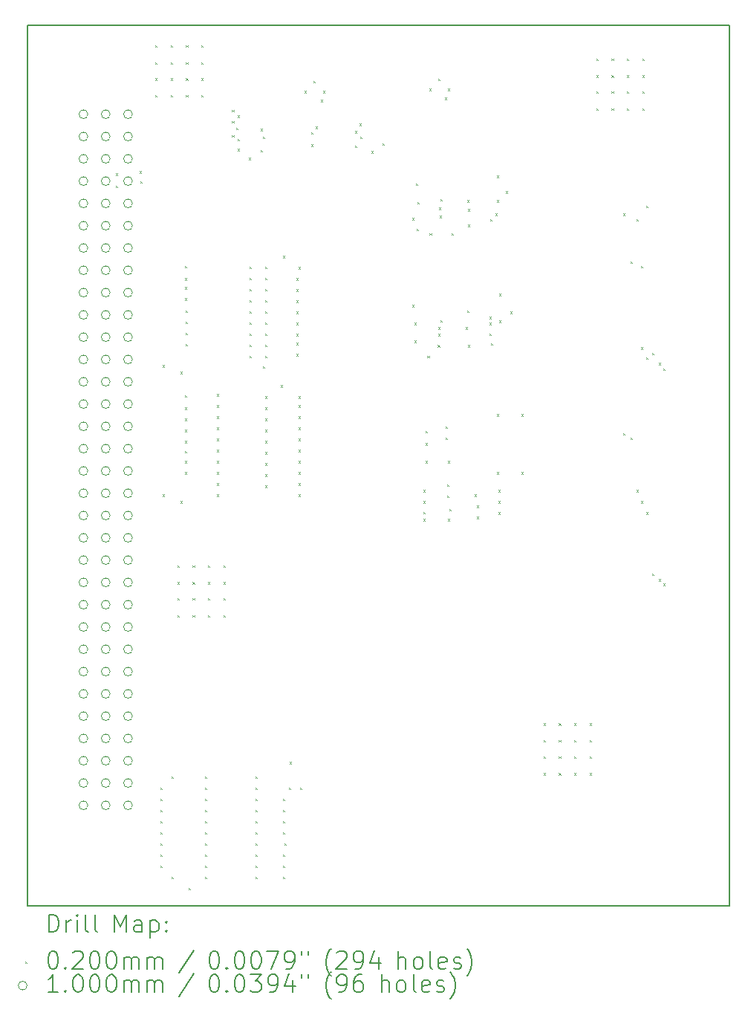
<source format=gbr>
%TF.GenerationSoftware,KiCad,Pcbnew,(7.0.0)*%
%TF.CreationDate,2023-12-30T21:58:16+02:00*%
%TF.ProjectId,alu,616c752e-6b69-4636-9164-5f7063625858,rev?*%
%TF.SameCoordinates,Original*%
%TF.FileFunction,Drillmap*%
%TF.FilePolarity,Positive*%
%FSLAX45Y45*%
G04 Gerber Fmt 4.5, Leading zero omitted, Abs format (unit mm)*
G04 Created by KiCad (PCBNEW (7.0.0)) date 2023-12-30 21:58:16*
%MOMM*%
%LPD*%
G01*
G04 APERTURE LIST*
%ADD10C,0.150000*%
%ADD11C,0.200000*%
%ADD12C,0.020000*%
%ADD13C,0.100000*%
G04 APERTURE END LIST*
D10*
X3810000Y-2667000D02*
X11811000Y-2667000D01*
X11811000Y-2667000D02*
X11811000Y-12700000D01*
X11811000Y-12700000D02*
X3810000Y-12700000D01*
X3810000Y-12700000D02*
X3810000Y-2667000D01*
D11*
D12*
X4816000Y-4358800D02*
X4836000Y-4378800D01*
X4836000Y-4358800D02*
X4816000Y-4378800D01*
X4816000Y-4498500D02*
X4836000Y-4518500D01*
X4836000Y-4498500D02*
X4816000Y-4518500D01*
X5082700Y-4333400D02*
X5102700Y-4353400D01*
X5102700Y-4333400D02*
X5082700Y-4353400D01*
X5095400Y-4447700D02*
X5115400Y-4467700D01*
X5115400Y-4447700D02*
X5095400Y-4467700D01*
X5265000Y-2897240D02*
X5285000Y-2917240D01*
X5285000Y-2897240D02*
X5265000Y-2917240D01*
X5265000Y-3090000D02*
X5285000Y-3110000D01*
X5285000Y-3090000D02*
X5265000Y-3110000D01*
X5265000Y-3272240D02*
X5285000Y-3292240D01*
X5285000Y-3272240D02*
X5265000Y-3292240D01*
X5265000Y-3465000D02*
X5285000Y-3485000D01*
X5285000Y-3465000D02*
X5265000Y-3485000D01*
X5324000Y-11356500D02*
X5344000Y-11376500D01*
X5344000Y-11356500D02*
X5324000Y-11376500D01*
X5324000Y-11483500D02*
X5344000Y-11503500D01*
X5344000Y-11483500D02*
X5324000Y-11503500D01*
X5324000Y-11610500D02*
X5344000Y-11630500D01*
X5344000Y-11610500D02*
X5324000Y-11630500D01*
X5324000Y-11737500D02*
X5344000Y-11757500D01*
X5344000Y-11737500D02*
X5324000Y-11757500D01*
X5324000Y-11864500D02*
X5344000Y-11884500D01*
X5344000Y-11864500D02*
X5324000Y-11884500D01*
X5324000Y-11991500D02*
X5344000Y-12011500D01*
X5344000Y-11991500D02*
X5324000Y-12011500D01*
X5324000Y-12118500D02*
X5344000Y-12138500D01*
X5344000Y-12118500D02*
X5324000Y-12138500D01*
X5324000Y-12245500D02*
X5344000Y-12265500D01*
X5344000Y-12245500D02*
X5324000Y-12265500D01*
X5349400Y-6543200D02*
X5369400Y-6563200D01*
X5369400Y-6543200D02*
X5349400Y-6563200D01*
X5349400Y-8016400D02*
X5369400Y-8036400D01*
X5369400Y-8016400D02*
X5349400Y-8036400D01*
X5440000Y-2897240D02*
X5460000Y-2917240D01*
X5460000Y-2897240D02*
X5440000Y-2917240D01*
X5440000Y-3090000D02*
X5460000Y-3110000D01*
X5460000Y-3090000D02*
X5440000Y-3110000D01*
X5440000Y-3272240D02*
X5460000Y-3292240D01*
X5460000Y-3272240D02*
X5440000Y-3292240D01*
X5440000Y-3465000D02*
X5460000Y-3485000D01*
X5460000Y-3465000D02*
X5440000Y-3485000D01*
X5451000Y-11229500D02*
X5471000Y-11249500D01*
X5471000Y-11229500D02*
X5451000Y-11249500D01*
X5451000Y-12372500D02*
X5471000Y-12392500D01*
X5471000Y-12372500D02*
X5451000Y-12392500D01*
X5515000Y-8822240D02*
X5535000Y-8842240D01*
X5535000Y-8822240D02*
X5515000Y-8842240D01*
X5515000Y-9015000D02*
X5535000Y-9035000D01*
X5535000Y-9015000D02*
X5515000Y-9035000D01*
X5515000Y-9197240D02*
X5535000Y-9217240D01*
X5535000Y-9197240D02*
X5515000Y-9217240D01*
X5515000Y-9390000D02*
X5535000Y-9410000D01*
X5535000Y-9390000D02*
X5515000Y-9410000D01*
X5552600Y-6619400D02*
X5572600Y-6639400D01*
X5572600Y-6619400D02*
X5552600Y-6639400D01*
X5552600Y-8092600D02*
X5572600Y-8112600D01*
X5572600Y-8092600D02*
X5552600Y-8112600D01*
X5603400Y-5412900D02*
X5623400Y-5432900D01*
X5623400Y-5412900D02*
X5603400Y-5432900D01*
X5603400Y-5552600D02*
X5623400Y-5572600D01*
X5623400Y-5552600D02*
X5603400Y-5572600D01*
X5603400Y-5654200D02*
X5623400Y-5674200D01*
X5623400Y-5654200D02*
X5603400Y-5674200D01*
X5603400Y-5781200D02*
X5623400Y-5801200D01*
X5623400Y-5781200D02*
X5603400Y-5801200D01*
X5603400Y-6886100D02*
X5623400Y-6906100D01*
X5623400Y-6886100D02*
X5603400Y-6906100D01*
X5603400Y-7025800D02*
X5623400Y-7045800D01*
X5623400Y-7025800D02*
X5603400Y-7045800D01*
X5603400Y-7152800D02*
X5623400Y-7172800D01*
X5623400Y-7152800D02*
X5603400Y-7172800D01*
X5603400Y-7279800D02*
X5623400Y-7299800D01*
X5623400Y-7279800D02*
X5603400Y-7299800D01*
X5603400Y-7406800D02*
X5623400Y-7426800D01*
X5623400Y-7406800D02*
X5603400Y-7426800D01*
X5603400Y-7521100D02*
X5623400Y-7541100D01*
X5623400Y-7521100D02*
X5603400Y-7541100D01*
X5603400Y-7635400D02*
X5623400Y-7655400D01*
X5623400Y-7635400D02*
X5603400Y-7655400D01*
X5603400Y-7762400D02*
X5623400Y-7782400D01*
X5623400Y-7762400D02*
X5603400Y-7782400D01*
X5608480Y-5920900D02*
X5628480Y-5940900D01*
X5628480Y-5920900D02*
X5608480Y-5940900D01*
X5608480Y-6047900D02*
X5628480Y-6067900D01*
X5628480Y-6047900D02*
X5608480Y-6067900D01*
X5608480Y-6174900D02*
X5628480Y-6194900D01*
X5628480Y-6174900D02*
X5608480Y-6194900D01*
X5608480Y-6301900D02*
X5628480Y-6321900D01*
X5628480Y-6301900D02*
X5608480Y-6321900D01*
X5615000Y-2897240D02*
X5635000Y-2917240D01*
X5635000Y-2897240D02*
X5615000Y-2917240D01*
X5615000Y-3090000D02*
X5635000Y-3110000D01*
X5635000Y-3090000D02*
X5615000Y-3110000D01*
X5615000Y-3272240D02*
X5635000Y-3292240D01*
X5635000Y-3272240D02*
X5615000Y-3292240D01*
X5615000Y-3465000D02*
X5635000Y-3485000D01*
X5635000Y-3465000D02*
X5615000Y-3485000D01*
X5641500Y-12499500D02*
X5661500Y-12519500D01*
X5661500Y-12499500D02*
X5641500Y-12519500D01*
X5690000Y-8822240D02*
X5710000Y-8842240D01*
X5710000Y-8822240D02*
X5690000Y-8842240D01*
X5690000Y-9015000D02*
X5710000Y-9035000D01*
X5710000Y-9015000D02*
X5690000Y-9035000D01*
X5690000Y-9197240D02*
X5710000Y-9217240D01*
X5710000Y-9197240D02*
X5690000Y-9217240D01*
X5690000Y-9390000D02*
X5710000Y-9410000D01*
X5710000Y-9390000D02*
X5690000Y-9410000D01*
X5790000Y-2897240D02*
X5810000Y-2917240D01*
X5810000Y-2897240D02*
X5790000Y-2917240D01*
X5790000Y-3090000D02*
X5810000Y-3110000D01*
X5810000Y-3090000D02*
X5790000Y-3110000D01*
X5790000Y-3272240D02*
X5810000Y-3292240D01*
X5810000Y-3272240D02*
X5790000Y-3292240D01*
X5790000Y-3465000D02*
X5810000Y-3485000D01*
X5810000Y-3465000D02*
X5790000Y-3485000D01*
X5832000Y-11229500D02*
X5852000Y-11249500D01*
X5852000Y-11229500D02*
X5832000Y-11249500D01*
X5832000Y-11356500D02*
X5852000Y-11376500D01*
X5852000Y-11356500D02*
X5832000Y-11376500D01*
X5832000Y-11483500D02*
X5852000Y-11503500D01*
X5852000Y-11483500D02*
X5832000Y-11503500D01*
X5832000Y-11610500D02*
X5852000Y-11630500D01*
X5852000Y-11610500D02*
X5832000Y-11630500D01*
X5832000Y-11737500D02*
X5852000Y-11757500D01*
X5852000Y-11737500D02*
X5832000Y-11757500D01*
X5832000Y-11864500D02*
X5852000Y-11884500D01*
X5852000Y-11864500D02*
X5832000Y-11884500D01*
X5832000Y-11991500D02*
X5852000Y-12011500D01*
X5852000Y-11991500D02*
X5832000Y-12011500D01*
X5832000Y-12118500D02*
X5852000Y-12138500D01*
X5852000Y-12118500D02*
X5832000Y-12138500D01*
X5832000Y-12245500D02*
X5852000Y-12265500D01*
X5852000Y-12245500D02*
X5832000Y-12265500D01*
X5832000Y-12372500D02*
X5852000Y-12392500D01*
X5852000Y-12372500D02*
X5832000Y-12392500D01*
X5865000Y-8822240D02*
X5885000Y-8842240D01*
X5885000Y-8822240D02*
X5865000Y-8842240D01*
X5865000Y-9015000D02*
X5885000Y-9035000D01*
X5885000Y-9015000D02*
X5865000Y-9035000D01*
X5865000Y-9197240D02*
X5885000Y-9217240D01*
X5885000Y-9197240D02*
X5865000Y-9217240D01*
X5865000Y-9390000D02*
X5885000Y-9410000D01*
X5885000Y-9390000D02*
X5865000Y-9410000D01*
X5965000Y-6872000D02*
X5985000Y-6892000D01*
X5985000Y-6872000D02*
X5965000Y-6892000D01*
X5965000Y-6999000D02*
X5985000Y-7019000D01*
X5985000Y-6999000D02*
X5965000Y-7019000D01*
X5965000Y-7126000D02*
X5985000Y-7146000D01*
X5985000Y-7126000D02*
X5965000Y-7146000D01*
X5965000Y-7253000D02*
X5985000Y-7273000D01*
X5985000Y-7253000D02*
X5965000Y-7273000D01*
X5965000Y-7380000D02*
X5985000Y-7400000D01*
X5985000Y-7380000D02*
X5965000Y-7400000D01*
X5965000Y-7507000D02*
X5985000Y-7527000D01*
X5985000Y-7507000D02*
X5965000Y-7527000D01*
X5965000Y-7634000D02*
X5985000Y-7654000D01*
X5985000Y-7634000D02*
X5965000Y-7654000D01*
X5965000Y-7761000D02*
X5985000Y-7781000D01*
X5985000Y-7761000D02*
X5965000Y-7781000D01*
X5965000Y-7888000D02*
X5985000Y-7908000D01*
X5985000Y-7888000D02*
X5965000Y-7908000D01*
X5965000Y-8015000D02*
X5985000Y-8035000D01*
X5985000Y-8015000D02*
X5965000Y-8035000D01*
X6040000Y-8822240D02*
X6060000Y-8842240D01*
X6060000Y-8822240D02*
X6040000Y-8842240D01*
X6040000Y-9015000D02*
X6060000Y-9035000D01*
X6060000Y-9015000D02*
X6040000Y-9035000D01*
X6040000Y-9197240D02*
X6060000Y-9217240D01*
X6060000Y-9197240D02*
X6040000Y-9217240D01*
X6040000Y-9390000D02*
X6060000Y-9410000D01*
X6060000Y-9390000D02*
X6040000Y-9410000D01*
X6140000Y-3634900D02*
X6160000Y-3654900D01*
X6160000Y-3634900D02*
X6140000Y-3654900D01*
X6140000Y-3761900D02*
X6160000Y-3781900D01*
X6160000Y-3761900D02*
X6140000Y-3781900D01*
X6140000Y-3923060D02*
X6160000Y-3943060D01*
X6160000Y-3923060D02*
X6140000Y-3943060D01*
X6187600Y-3838100D02*
X6207600Y-3858100D01*
X6207600Y-3838100D02*
X6187600Y-3858100D01*
X6200300Y-3698400D02*
X6220300Y-3718400D01*
X6220300Y-3698400D02*
X6200300Y-3718400D01*
X6200300Y-3965100D02*
X6220300Y-3985100D01*
X6220300Y-3965100D02*
X6200300Y-3985100D01*
X6200300Y-4079400D02*
X6220300Y-4099400D01*
X6220300Y-4079400D02*
X6200300Y-4099400D01*
X6327300Y-4181000D02*
X6347300Y-4201000D01*
X6347300Y-4181000D02*
X6327300Y-4201000D01*
X6340000Y-5422000D02*
X6360000Y-5442000D01*
X6360000Y-5422000D02*
X6340000Y-5442000D01*
X6340000Y-5549000D02*
X6360000Y-5569000D01*
X6360000Y-5549000D02*
X6340000Y-5569000D01*
X6340000Y-5676000D02*
X6360000Y-5696000D01*
X6360000Y-5676000D02*
X6340000Y-5696000D01*
X6340000Y-5803000D02*
X6360000Y-5823000D01*
X6360000Y-5803000D02*
X6340000Y-5823000D01*
X6340000Y-5930000D02*
X6360000Y-5950000D01*
X6360000Y-5930000D02*
X6340000Y-5950000D01*
X6340000Y-6057000D02*
X6360000Y-6077000D01*
X6360000Y-6057000D02*
X6340000Y-6077000D01*
X6340000Y-6184000D02*
X6360000Y-6204000D01*
X6360000Y-6184000D02*
X6340000Y-6204000D01*
X6340000Y-6311000D02*
X6360000Y-6331000D01*
X6360000Y-6311000D02*
X6340000Y-6331000D01*
X6340000Y-6438000D02*
X6360000Y-6458000D01*
X6360000Y-6438000D02*
X6340000Y-6458000D01*
X6403500Y-11229500D02*
X6423500Y-11249500D01*
X6423500Y-11229500D02*
X6403500Y-11249500D01*
X6403500Y-11356500D02*
X6423500Y-11376500D01*
X6423500Y-11356500D02*
X6403500Y-11376500D01*
X6403500Y-11483500D02*
X6423500Y-11503500D01*
X6423500Y-11483500D02*
X6403500Y-11503500D01*
X6403500Y-11610500D02*
X6423500Y-11630500D01*
X6423500Y-11610500D02*
X6403500Y-11630500D01*
X6403500Y-11737500D02*
X6423500Y-11757500D01*
X6423500Y-11737500D02*
X6403500Y-11757500D01*
X6403500Y-11864500D02*
X6423500Y-11884500D01*
X6423500Y-11864500D02*
X6403500Y-11884500D01*
X6403500Y-11991500D02*
X6423500Y-12011500D01*
X6423500Y-11991500D02*
X6403500Y-12011500D01*
X6403500Y-12118500D02*
X6423500Y-12138500D01*
X6423500Y-12118500D02*
X6403500Y-12138500D01*
X6403500Y-12245500D02*
X6423500Y-12265500D01*
X6423500Y-12245500D02*
X6403500Y-12265500D01*
X6403500Y-12372500D02*
X6423500Y-12392500D01*
X6423500Y-12372500D02*
X6403500Y-12392500D01*
X6467000Y-3850800D02*
X6487000Y-3870800D01*
X6487000Y-3850800D02*
X6467000Y-3870800D01*
X6467000Y-4092100D02*
X6487000Y-4112100D01*
X6487000Y-4092100D02*
X6467000Y-4112100D01*
X6490000Y-3940000D02*
X6510000Y-3960000D01*
X6510000Y-3940000D02*
X6490000Y-3960000D01*
X6492400Y-6555900D02*
X6512400Y-6575900D01*
X6512400Y-6555900D02*
X6492400Y-6575900D01*
X6515000Y-5422000D02*
X6535000Y-5442000D01*
X6535000Y-5422000D02*
X6515000Y-5442000D01*
X6515000Y-5549000D02*
X6535000Y-5569000D01*
X6535000Y-5549000D02*
X6515000Y-5569000D01*
X6515000Y-5676000D02*
X6535000Y-5696000D01*
X6535000Y-5676000D02*
X6515000Y-5696000D01*
X6515000Y-5803000D02*
X6535000Y-5823000D01*
X6535000Y-5803000D02*
X6515000Y-5823000D01*
X6515000Y-5930000D02*
X6535000Y-5950000D01*
X6535000Y-5930000D02*
X6515000Y-5950000D01*
X6515000Y-6057000D02*
X6535000Y-6077000D01*
X6535000Y-6057000D02*
X6515000Y-6077000D01*
X6515000Y-6184000D02*
X6535000Y-6204000D01*
X6535000Y-6184000D02*
X6515000Y-6204000D01*
X6515000Y-6311000D02*
X6535000Y-6331000D01*
X6535000Y-6311000D02*
X6515000Y-6331000D01*
X6515000Y-6438000D02*
X6535000Y-6458000D01*
X6535000Y-6438000D02*
X6515000Y-6458000D01*
X6515000Y-6897000D02*
X6535000Y-6917000D01*
X6535000Y-6897000D02*
X6515000Y-6917000D01*
X6515000Y-7024000D02*
X6535000Y-7044000D01*
X6535000Y-7024000D02*
X6515000Y-7044000D01*
X6515000Y-7151000D02*
X6535000Y-7171000D01*
X6535000Y-7151000D02*
X6515000Y-7171000D01*
X6515000Y-7278000D02*
X6535000Y-7298000D01*
X6535000Y-7278000D02*
X6515000Y-7298000D01*
X6515000Y-7405000D02*
X6535000Y-7425000D01*
X6535000Y-7405000D02*
X6515000Y-7425000D01*
X6515000Y-7532000D02*
X6535000Y-7552000D01*
X6535000Y-7532000D02*
X6515000Y-7552000D01*
X6515000Y-7659000D02*
X6535000Y-7679000D01*
X6535000Y-7659000D02*
X6515000Y-7679000D01*
X6515000Y-7786000D02*
X6535000Y-7806000D01*
X6535000Y-7786000D02*
X6515000Y-7806000D01*
X6515000Y-7913000D02*
X6535000Y-7933000D01*
X6535000Y-7913000D02*
X6515000Y-7933000D01*
X6695600Y-6771800D02*
X6715600Y-6791800D01*
X6715600Y-6771800D02*
X6695600Y-6791800D01*
X6721000Y-5298600D02*
X6741000Y-5318600D01*
X6741000Y-5298600D02*
X6721000Y-5318600D01*
X6721000Y-11483500D02*
X6741000Y-11503500D01*
X6741000Y-11483500D02*
X6721000Y-11503500D01*
X6721000Y-11610500D02*
X6741000Y-11630500D01*
X6741000Y-11610500D02*
X6721000Y-11630500D01*
X6721000Y-11737500D02*
X6741000Y-11757500D01*
X6741000Y-11737500D02*
X6721000Y-11757500D01*
X6721000Y-11864500D02*
X6741000Y-11884500D01*
X6741000Y-11864500D02*
X6721000Y-11884500D01*
X6721000Y-12118500D02*
X6741000Y-12138500D01*
X6741000Y-12118500D02*
X6721000Y-12138500D01*
X6721000Y-12245500D02*
X6741000Y-12265500D01*
X6741000Y-12245500D02*
X6721000Y-12265500D01*
X6721000Y-12372500D02*
X6741000Y-12392500D01*
X6741000Y-12372500D02*
X6721000Y-12392500D01*
X6733700Y-11991500D02*
X6753700Y-12011500D01*
X6753700Y-11991500D02*
X6733700Y-12011500D01*
X6784500Y-11356500D02*
X6804500Y-11376500D01*
X6804500Y-11356500D02*
X6784500Y-11376500D01*
X6797200Y-11064400D02*
X6817200Y-11084400D01*
X6817200Y-11064400D02*
X6797200Y-11084400D01*
X6873400Y-5552600D02*
X6893400Y-5572600D01*
X6893400Y-5552600D02*
X6873400Y-5572600D01*
X6873400Y-5679600D02*
X6893400Y-5699600D01*
X6893400Y-5679600D02*
X6873400Y-5699600D01*
X6873400Y-5806600D02*
X6893400Y-5826600D01*
X6893400Y-5806600D02*
X6873400Y-5826600D01*
X6873400Y-5933600D02*
X6893400Y-5953600D01*
X6893400Y-5933600D02*
X6873400Y-5953600D01*
X6873400Y-6060600D02*
X6893400Y-6080600D01*
X6893400Y-6060600D02*
X6873400Y-6080600D01*
X6873400Y-6187600D02*
X6893400Y-6207600D01*
X6893400Y-6187600D02*
X6873400Y-6207600D01*
X6873400Y-6289200D02*
X6893400Y-6309200D01*
X6893400Y-6289200D02*
X6873400Y-6309200D01*
X6873400Y-6416200D02*
X6893400Y-6436200D01*
X6893400Y-6416200D02*
X6873400Y-6436200D01*
X6898800Y-5425600D02*
X6918800Y-5445600D01*
X6918800Y-5425600D02*
X6898800Y-5445600D01*
X6898800Y-6898800D02*
X6918800Y-6918800D01*
X6918800Y-6898800D02*
X6898800Y-6918800D01*
X6898800Y-7000400D02*
X6918800Y-7020400D01*
X6918800Y-7000400D02*
X6898800Y-7020400D01*
X6898800Y-7127400D02*
X6918800Y-7147400D01*
X6918800Y-7127400D02*
X6898800Y-7147400D01*
X6898800Y-7254400D02*
X6918800Y-7274400D01*
X6918800Y-7254400D02*
X6898800Y-7274400D01*
X6898800Y-7381400D02*
X6918800Y-7401400D01*
X6918800Y-7381400D02*
X6898800Y-7401400D01*
X6898800Y-7508400D02*
X6918800Y-7528400D01*
X6918800Y-7508400D02*
X6898800Y-7528400D01*
X6898800Y-7635400D02*
X6918800Y-7655400D01*
X6918800Y-7635400D02*
X6898800Y-7655400D01*
X6898800Y-7762400D02*
X6918800Y-7782400D01*
X6918800Y-7762400D02*
X6898800Y-7782400D01*
X6898800Y-7889400D02*
X6918800Y-7909400D01*
X6918800Y-7889400D02*
X6898800Y-7909400D01*
X6898800Y-8016400D02*
X6918800Y-8036400D01*
X6918800Y-8016400D02*
X6898800Y-8036400D01*
X6911500Y-11356500D02*
X6931500Y-11376500D01*
X6931500Y-11356500D02*
X6911500Y-11376500D01*
X6962300Y-3419000D02*
X6982300Y-3439000D01*
X6982300Y-3419000D02*
X6962300Y-3439000D01*
X7038500Y-3888900D02*
X7058500Y-3908900D01*
X7058500Y-3888900D02*
X7038500Y-3908900D01*
X7038500Y-4028600D02*
X7058500Y-4048600D01*
X7058500Y-4028600D02*
X7038500Y-4048600D01*
X7063900Y-3304700D02*
X7083900Y-3324700D01*
X7083900Y-3304700D02*
X7063900Y-3324700D01*
X7090000Y-3825400D02*
X7110000Y-3845400D01*
X7110000Y-3825400D02*
X7090000Y-3845400D01*
X7152800Y-3520600D02*
X7172800Y-3540600D01*
X7172800Y-3520600D02*
X7152800Y-3540600D01*
X7178200Y-3419000D02*
X7198200Y-3439000D01*
X7198200Y-3419000D02*
X7178200Y-3439000D01*
X7540000Y-3876200D02*
X7560000Y-3896200D01*
X7560000Y-3876200D02*
X7540000Y-3896200D01*
X7540000Y-4040000D02*
X7560000Y-4060000D01*
X7560000Y-4040000D02*
X7540000Y-4060000D01*
X7590000Y-3790000D02*
X7610000Y-3810000D01*
X7610000Y-3790000D02*
X7590000Y-3810000D01*
X7597300Y-3939700D02*
X7617300Y-3959700D01*
X7617300Y-3939700D02*
X7597300Y-3959700D01*
X7724300Y-4104800D02*
X7744300Y-4124800D01*
X7744300Y-4104800D02*
X7724300Y-4124800D01*
X7851300Y-4015900D02*
X7871300Y-4035900D01*
X7871300Y-4015900D02*
X7851300Y-4035900D01*
X8190000Y-4866800D02*
X8210000Y-4886800D01*
X8210000Y-4866800D02*
X8190000Y-4886800D01*
X8194200Y-5857400D02*
X8214200Y-5877400D01*
X8214200Y-5857400D02*
X8194200Y-5877400D01*
X8219600Y-6060600D02*
X8239600Y-6080600D01*
X8239600Y-6060600D02*
X8219600Y-6080600D01*
X8219600Y-6263800D02*
X8239600Y-6283800D01*
X8239600Y-6263800D02*
X8219600Y-6283800D01*
X8232300Y-4473100D02*
X8252300Y-4493100D01*
X8252300Y-4473100D02*
X8232300Y-4493100D01*
X8240000Y-4990000D02*
X8260000Y-5010000D01*
X8260000Y-4990000D02*
X8240000Y-5010000D01*
X8253200Y-4680800D02*
X8273200Y-4700800D01*
X8273200Y-4680800D02*
X8253200Y-4700800D01*
X8321200Y-7965600D02*
X8341200Y-7985600D01*
X8341200Y-7965600D02*
X8321200Y-7985600D01*
X8321200Y-8092600D02*
X8341200Y-8112600D01*
X8341200Y-8092600D02*
X8321200Y-8112600D01*
X8321200Y-8215000D02*
X8341200Y-8235000D01*
X8341200Y-8215000D02*
X8321200Y-8235000D01*
X8321200Y-8295800D02*
X8341200Y-8315800D01*
X8341200Y-8295800D02*
X8321200Y-8315800D01*
X8346600Y-7290000D02*
X8366600Y-7310000D01*
X8366600Y-7290000D02*
X8346600Y-7310000D01*
X8346600Y-7432200D02*
X8366600Y-7452200D01*
X8366600Y-7432200D02*
X8346600Y-7452200D01*
X8346600Y-7635400D02*
X8366600Y-7655400D01*
X8366600Y-7635400D02*
X8346600Y-7655400D01*
X8366920Y-6436520D02*
X8386920Y-6456520D01*
X8386920Y-6436520D02*
X8366920Y-6456520D01*
X8384700Y-3393600D02*
X8404700Y-3413600D01*
X8404700Y-3393600D02*
X8384700Y-3413600D01*
X8390000Y-5040000D02*
X8410000Y-5060000D01*
X8410000Y-5040000D02*
X8390000Y-5060000D01*
X8483760Y-6314600D02*
X8503760Y-6334600D01*
X8503760Y-6314600D02*
X8483760Y-6334600D01*
X8486300Y-3279300D02*
X8506300Y-3299300D01*
X8506300Y-3279300D02*
X8486300Y-3299300D01*
X8486300Y-6111400D02*
X8506300Y-6131400D01*
X8506300Y-6111400D02*
X8486300Y-6131400D01*
X8486300Y-6187600D02*
X8506300Y-6207600D01*
X8506300Y-6187600D02*
X8486300Y-6207600D01*
X8499000Y-4748114D02*
X8519000Y-4768114D01*
X8519000Y-4748114D02*
X8499000Y-4768114D01*
X8507800Y-4840000D02*
X8527800Y-4860000D01*
X8527800Y-4840000D02*
X8507800Y-4860000D01*
X8511700Y-4650900D02*
X8531700Y-4670900D01*
X8531700Y-4650900D02*
X8511700Y-4670900D01*
X8514240Y-6030120D02*
X8534240Y-6050120D01*
X8534240Y-6030120D02*
X8514240Y-6050120D01*
X8562500Y-3495200D02*
X8582500Y-3515200D01*
X8582500Y-3495200D02*
X8562500Y-3515200D01*
X8575200Y-7241700D02*
X8595200Y-7261700D01*
X8595200Y-7241700D02*
X8575200Y-7261700D01*
X8575200Y-7368700D02*
X8595200Y-7388700D01*
X8595200Y-7368700D02*
X8575200Y-7388700D01*
X8587900Y-7902100D02*
X8607900Y-7922100D01*
X8607900Y-7902100D02*
X8587900Y-7922100D01*
X8587900Y-8029100D02*
X8607900Y-8049100D01*
X8607900Y-8029100D02*
X8587900Y-8049100D01*
X8600600Y-3393600D02*
X8620600Y-3413600D01*
X8620600Y-3393600D02*
X8600600Y-3413600D01*
X8600600Y-7635400D02*
X8620600Y-7655400D01*
X8620600Y-7635400D02*
X8600600Y-7655400D01*
X8600600Y-8295800D02*
X8620600Y-8315800D01*
X8620600Y-8295800D02*
X8600600Y-8315800D01*
X8613300Y-8181500D02*
X8633300Y-8201500D01*
X8633300Y-8181500D02*
X8613300Y-8201500D01*
X8640000Y-5040000D02*
X8660000Y-5060000D01*
X8660000Y-5040000D02*
X8640000Y-5060000D01*
X8803800Y-6111400D02*
X8823800Y-6131400D01*
X8823800Y-6111400D02*
X8803800Y-6131400D01*
X8816500Y-4663600D02*
X8836500Y-4683600D01*
X8836500Y-4663600D02*
X8816500Y-4683600D01*
X8816500Y-5920900D02*
X8836500Y-5940900D01*
X8836500Y-5920900D02*
X8816500Y-5940900D01*
X8829200Y-4765200D02*
X8849200Y-4785200D01*
X8849200Y-4765200D02*
X8829200Y-4785200D01*
X8829200Y-4943000D02*
X8849200Y-4963000D01*
X8849200Y-4943000D02*
X8829200Y-4963000D01*
X8829200Y-6314600D02*
X8849200Y-6334600D01*
X8849200Y-6314600D02*
X8829200Y-6334600D01*
X8905400Y-8016400D02*
X8925400Y-8036400D01*
X8925400Y-8016400D02*
X8905400Y-8036400D01*
X8930800Y-8143400D02*
X8950800Y-8163400D01*
X8950800Y-8143400D02*
X8930800Y-8163400D01*
X8930800Y-8270400D02*
X8950800Y-8290400D01*
X8950800Y-8270400D02*
X8930800Y-8290400D01*
X9070500Y-5990550D02*
X9090500Y-6010550D01*
X9090500Y-5990550D02*
X9070500Y-6010550D01*
X9070500Y-6060600D02*
X9090500Y-6080600D01*
X9090500Y-6060600D02*
X9070500Y-6080600D01*
X9070500Y-6183500D02*
X9090500Y-6203500D01*
X9090500Y-6183500D02*
X9070500Y-6203500D01*
X9083200Y-4879500D02*
X9103200Y-4899500D01*
X9103200Y-4879500D02*
X9083200Y-4899500D01*
X9090000Y-6290000D02*
X9110000Y-6310000D01*
X9110000Y-6290000D02*
X9090000Y-6310000D01*
X9140000Y-4816000D02*
X9160000Y-4836000D01*
X9160000Y-4816000D02*
X9140000Y-4836000D01*
X9159400Y-4384200D02*
X9179400Y-4404200D01*
X9179400Y-4384200D02*
X9159400Y-4404200D01*
X9159400Y-4663600D02*
X9179400Y-4683600D01*
X9179400Y-4663600D02*
X9159400Y-4683600D01*
X9159400Y-7102000D02*
X9179400Y-7122000D01*
X9179400Y-7102000D02*
X9159400Y-7122000D01*
X9159400Y-7762400D02*
X9179400Y-7782400D01*
X9179400Y-7762400D02*
X9159400Y-7782400D01*
X9172100Y-7965600D02*
X9192100Y-7985600D01*
X9192100Y-7965600D02*
X9172100Y-7985600D01*
X9172100Y-8092600D02*
X9192100Y-8112600D01*
X9192100Y-8092600D02*
X9172100Y-8112600D01*
X9172100Y-8219600D02*
X9192100Y-8239600D01*
X9192100Y-8219600D02*
X9172100Y-8239600D01*
X9184800Y-5730400D02*
X9204800Y-5750400D01*
X9204800Y-5730400D02*
X9184800Y-5750400D01*
X9184800Y-6035200D02*
X9204800Y-6055200D01*
X9204800Y-6035200D02*
X9184800Y-6055200D01*
X9261000Y-4562000D02*
X9281000Y-4582000D01*
X9281000Y-4562000D02*
X9261000Y-4582000D01*
X9311800Y-5933600D02*
X9331800Y-5953600D01*
X9331800Y-5933600D02*
X9311800Y-5953600D01*
X9438800Y-7102000D02*
X9458800Y-7122000D01*
X9458800Y-7102000D02*
X9438800Y-7122000D01*
X9438800Y-7762400D02*
X9458800Y-7782400D01*
X9458800Y-7762400D02*
X9438800Y-7782400D01*
X9690000Y-10622240D02*
X9710000Y-10642240D01*
X9710000Y-10622240D02*
X9690000Y-10642240D01*
X9690000Y-10815000D02*
X9710000Y-10835000D01*
X9710000Y-10815000D02*
X9690000Y-10835000D01*
X9690000Y-10997240D02*
X9710000Y-11017240D01*
X9710000Y-10997240D02*
X9690000Y-11017240D01*
X9690000Y-11190000D02*
X9710000Y-11210000D01*
X9710000Y-11190000D02*
X9690000Y-11210000D01*
X9865000Y-10622240D02*
X9885000Y-10642240D01*
X9885000Y-10622240D02*
X9865000Y-10642240D01*
X9865000Y-10815000D02*
X9885000Y-10835000D01*
X9885000Y-10815000D02*
X9865000Y-10835000D01*
X9865000Y-10997240D02*
X9885000Y-11017240D01*
X9885000Y-10997240D02*
X9865000Y-11017240D01*
X9865000Y-11190000D02*
X9885000Y-11210000D01*
X9885000Y-11190000D02*
X9865000Y-11210000D01*
X10040000Y-10622240D02*
X10060000Y-10642240D01*
X10060000Y-10622240D02*
X10040000Y-10642240D01*
X10040000Y-10815000D02*
X10060000Y-10835000D01*
X10060000Y-10815000D02*
X10040000Y-10835000D01*
X10040000Y-10997240D02*
X10060000Y-11017240D01*
X10060000Y-10997240D02*
X10040000Y-11017240D01*
X10040000Y-11190000D02*
X10060000Y-11210000D01*
X10060000Y-11190000D02*
X10040000Y-11210000D01*
X10215000Y-10622240D02*
X10235000Y-10642240D01*
X10235000Y-10622240D02*
X10215000Y-10642240D01*
X10215000Y-10815000D02*
X10235000Y-10835000D01*
X10235000Y-10815000D02*
X10215000Y-10835000D01*
X10215000Y-10997240D02*
X10235000Y-11017240D01*
X10235000Y-10997240D02*
X10215000Y-11017240D01*
X10215000Y-11190000D02*
X10235000Y-11210000D01*
X10235000Y-11190000D02*
X10215000Y-11210000D01*
X10290000Y-3047240D02*
X10310000Y-3067240D01*
X10310000Y-3047240D02*
X10290000Y-3067240D01*
X10290000Y-3240000D02*
X10310000Y-3260000D01*
X10310000Y-3240000D02*
X10290000Y-3260000D01*
X10290000Y-3422240D02*
X10310000Y-3442240D01*
X10310000Y-3422240D02*
X10290000Y-3442240D01*
X10290000Y-3615000D02*
X10310000Y-3635000D01*
X10310000Y-3615000D02*
X10290000Y-3635000D01*
X10465000Y-3047240D02*
X10485000Y-3067240D01*
X10485000Y-3047240D02*
X10465000Y-3067240D01*
X10465000Y-3240000D02*
X10485000Y-3260000D01*
X10485000Y-3240000D02*
X10465000Y-3260000D01*
X10465000Y-3422240D02*
X10485000Y-3442240D01*
X10485000Y-3422240D02*
X10465000Y-3442240D01*
X10465000Y-3615000D02*
X10485000Y-3635000D01*
X10485000Y-3615000D02*
X10465000Y-3635000D01*
X10594500Y-4816000D02*
X10614500Y-4836000D01*
X10614500Y-4816000D02*
X10594500Y-4836000D01*
X10594500Y-7317900D02*
X10614500Y-7337900D01*
X10614500Y-7317900D02*
X10594500Y-7337900D01*
X10640000Y-3047240D02*
X10660000Y-3067240D01*
X10660000Y-3047240D02*
X10640000Y-3067240D01*
X10640000Y-3240000D02*
X10660000Y-3260000D01*
X10660000Y-3240000D02*
X10640000Y-3260000D01*
X10640000Y-3422240D02*
X10660000Y-3442240D01*
X10660000Y-3422240D02*
X10640000Y-3442240D01*
X10640000Y-3615000D02*
X10660000Y-3635000D01*
X10660000Y-3615000D02*
X10640000Y-3635000D01*
X10683400Y-5362100D02*
X10703400Y-5382100D01*
X10703400Y-5362100D02*
X10683400Y-5382100D01*
X10683400Y-7368700D02*
X10703400Y-7388700D01*
X10703400Y-7368700D02*
X10683400Y-7388700D01*
X10746900Y-4879500D02*
X10766900Y-4899500D01*
X10766900Y-4879500D02*
X10746900Y-4899500D01*
X10746900Y-7965600D02*
X10766900Y-7985600D01*
X10766900Y-7965600D02*
X10746900Y-7985600D01*
X10797700Y-5412900D02*
X10817700Y-5432900D01*
X10817700Y-5412900D02*
X10797700Y-5432900D01*
X10797700Y-6340000D02*
X10817700Y-6360000D01*
X10817700Y-6340000D02*
X10797700Y-6360000D01*
X10797700Y-8092600D02*
X10817700Y-8112600D01*
X10817700Y-8092600D02*
X10797700Y-8112600D01*
X10815000Y-3047240D02*
X10835000Y-3067240D01*
X10835000Y-3047240D02*
X10815000Y-3067240D01*
X10815000Y-3240000D02*
X10835000Y-3260000D01*
X10835000Y-3240000D02*
X10815000Y-3260000D01*
X10815000Y-3422240D02*
X10835000Y-3442240D01*
X10835000Y-3422240D02*
X10815000Y-3442240D01*
X10815000Y-3615000D02*
X10835000Y-3635000D01*
X10835000Y-3615000D02*
X10815000Y-3635000D01*
X10861200Y-4727100D02*
X10881200Y-4747100D01*
X10881200Y-4727100D02*
X10861200Y-4747100D01*
X10861200Y-6454300D02*
X10881200Y-6474300D01*
X10881200Y-6454300D02*
X10861200Y-6474300D01*
X10861200Y-8219600D02*
X10881200Y-8239600D01*
X10881200Y-8219600D02*
X10861200Y-8239600D01*
X10924700Y-6403500D02*
X10944700Y-6423500D01*
X10944700Y-6403500D02*
X10924700Y-6423500D01*
X10924700Y-8918100D02*
X10944700Y-8938100D01*
X10944700Y-8918100D02*
X10924700Y-8938100D01*
X11000900Y-6517800D02*
X11020900Y-6537800D01*
X11020900Y-6517800D02*
X11000900Y-6537800D01*
X11000900Y-8981600D02*
X11020900Y-9001600D01*
X11020900Y-8981600D02*
X11000900Y-9001600D01*
X11051700Y-6581300D02*
X11071700Y-6601300D01*
X11071700Y-6581300D02*
X11051700Y-6601300D01*
X11051700Y-9032400D02*
X11071700Y-9052400D01*
X11071700Y-9032400D02*
X11051700Y-9052400D01*
D13*
X4495000Y-3683000D02*
G75*
G03*
X4495000Y-3683000I-50000J0D01*
G01*
X4495000Y-3937000D02*
G75*
G03*
X4495000Y-3937000I-50000J0D01*
G01*
X4495000Y-4191000D02*
G75*
G03*
X4495000Y-4191000I-50000J0D01*
G01*
X4495000Y-4445000D02*
G75*
G03*
X4495000Y-4445000I-50000J0D01*
G01*
X4495000Y-4699000D02*
G75*
G03*
X4495000Y-4699000I-50000J0D01*
G01*
X4495000Y-4953000D02*
G75*
G03*
X4495000Y-4953000I-50000J0D01*
G01*
X4495000Y-5207000D02*
G75*
G03*
X4495000Y-5207000I-50000J0D01*
G01*
X4495000Y-5461000D02*
G75*
G03*
X4495000Y-5461000I-50000J0D01*
G01*
X4495000Y-5715000D02*
G75*
G03*
X4495000Y-5715000I-50000J0D01*
G01*
X4495000Y-5969000D02*
G75*
G03*
X4495000Y-5969000I-50000J0D01*
G01*
X4495000Y-6223000D02*
G75*
G03*
X4495000Y-6223000I-50000J0D01*
G01*
X4495000Y-6477000D02*
G75*
G03*
X4495000Y-6477000I-50000J0D01*
G01*
X4495000Y-6731000D02*
G75*
G03*
X4495000Y-6731000I-50000J0D01*
G01*
X4495000Y-6985000D02*
G75*
G03*
X4495000Y-6985000I-50000J0D01*
G01*
X4495000Y-7239000D02*
G75*
G03*
X4495000Y-7239000I-50000J0D01*
G01*
X4495000Y-7493000D02*
G75*
G03*
X4495000Y-7493000I-50000J0D01*
G01*
X4495000Y-7747000D02*
G75*
G03*
X4495000Y-7747000I-50000J0D01*
G01*
X4495000Y-8001000D02*
G75*
G03*
X4495000Y-8001000I-50000J0D01*
G01*
X4495000Y-8255000D02*
G75*
G03*
X4495000Y-8255000I-50000J0D01*
G01*
X4495000Y-8509000D02*
G75*
G03*
X4495000Y-8509000I-50000J0D01*
G01*
X4495000Y-8763000D02*
G75*
G03*
X4495000Y-8763000I-50000J0D01*
G01*
X4495000Y-9017000D02*
G75*
G03*
X4495000Y-9017000I-50000J0D01*
G01*
X4495000Y-9271000D02*
G75*
G03*
X4495000Y-9271000I-50000J0D01*
G01*
X4495000Y-9525000D02*
G75*
G03*
X4495000Y-9525000I-50000J0D01*
G01*
X4495000Y-9779000D02*
G75*
G03*
X4495000Y-9779000I-50000J0D01*
G01*
X4495000Y-10033000D02*
G75*
G03*
X4495000Y-10033000I-50000J0D01*
G01*
X4495000Y-10287000D02*
G75*
G03*
X4495000Y-10287000I-50000J0D01*
G01*
X4495000Y-10541000D02*
G75*
G03*
X4495000Y-10541000I-50000J0D01*
G01*
X4495000Y-10795000D02*
G75*
G03*
X4495000Y-10795000I-50000J0D01*
G01*
X4495000Y-11049000D02*
G75*
G03*
X4495000Y-11049000I-50000J0D01*
G01*
X4495000Y-11303000D02*
G75*
G03*
X4495000Y-11303000I-50000J0D01*
G01*
X4495000Y-11557000D02*
G75*
G03*
X4495000Y-11557000I-50000J0D01*
G01*
X4749000Y-3683000D02*
G75*
G03*
X4749000Y-3683000I-50000J0D01*
G01*
X4749000Y-3937000D02*
G75*
G03*
X4749000Y-3937000I-50000J0D01*
G01*
X4749000Y-4191000D02*
G75*
G03*
X4749000Y-4191000I-50000J0D01*
G01*
X4749000Y-4445000D02*
G75*
G03*
X4749000Y-4445000I-50000J0D01*
G01*
X4749000Y-4699000D02*
G75*
G03*
X4749000Y-4699000I-50000J0D01*
G01*
X4749000Y-4953000D02*
G75*
G03*
X4749000Y-4953000I-50000J0D01*
G01*
X4749000Y-5207000D02*
G75*
G03*
X4749000Y-5207000I-50000J0D01*
G01*
X4749000Y-5461000D02*
G75*
G03*
X4749000Y-5461000I-50000J0D01*
G01*
X4749000Y-5715000D02*
G75*
G03*
X4749000Y-5715000I-50000J0D01*
G01*
X4749000Y-5969000D02*
G75*
G03*
X4749000Y-5969000I-50000J0D01*
G01*
X4749000Y-6223000D02*
G75*
G03*
X4749000Y-6223000I-50000J0D01*
G01*
X4749000Y-6477000D02*
G75*
G03*
X4749000Y-6477000I-50000J0D01*
G01*
X4749000Y-6731000D02*
G75*
G03*
X4749000Y-6731000I-50000J0D01*
G01*
X4749000Y-6985000D02*
G75*
G03*
X4749000Y-6985000I-50000J0D01*
G01*
X4749000Y-7239000D02*
G75*
G03*
X4749000Y-7239000I-50000J0D01*
G01*
X4749000Y-7493000D02*
G75*
G03*
X4749000Y-7493000I-50000J0D01*
G01*
X4749000Y-7747000D02*
G75*
G03*
X4749000Y-7747000I-50000J0D01*
G01*
X4749000Y-8001000D02*
G75*
G03*
X4749000Y-8001000I-50000J0D01*
G01*
X4749000Y-8255000D02*
G75*
G03*
X4749000Y-8255000I-50000J0D01*
G01*
X4749000Y-8509000D02*
G75*
G03*
X4749000Y-8509000I-50000J0D01*
G01*
X4749000Y-8763000D02*
G75*
G03*
X4749000Y-8763000I-50000J0D01*
G01*
X4749000Y-9017000D02*
G75*
G03*
X4749000Y-9017000I-50000J0D01*
G01*
X4749000Y-9271000D02*
G75*
G03*
X4749000Y-9271000I-50000J0D01*
G01*
X4749000Y-9525000D02*
G75*
G03*
X4749000Y-9525000I-50000J0D01*
G01*
X4749000Y-9779000D02*
G75*
G03*
X4749000Y-9779000I-50000J0D01*
G01*
X4749000Y-10033000D02*
G75*
G03*
X4749000Y-10033000I-50000J0D01*
G01*
X4749000Y-10287000D02*
G75*
G03*
X4749000Y-10287000I-50000J0D01*
G01*
X4749000Y-10541000D02*
G75*
G03*
X4749000Y-10541000I-50000J0D01*
G01*
X4749000Y-10795000D02*
G75*
G03*
X4749000Y-10795000I-50000J0D01*
G01*
X4749000Y-11049000D02*
G75*
G03*
X4749000Y-11049000I-50000J0D01*
G01*
X4749000Y-11303000D02*
G75*
G03*
X4749000Y-11303000I-50000J0D01*
G01*
X4749000Y-11557000D02*
G75*
G03*
X4749000Y-11557000I-50000J0D01*
G01*
X5003000Y-3683000D02*
G75*
G03*
X5003000Y-3683000I-50000J0D01*
G01*
X5003000Y-3937000D02*
G75*
G03*
X5003000Y-3937000I-50000J0D01*
G01*
X5003000Y-4191000D02*
G75*
G03*
X5003000Y-4191000I-50000J0D01*
G01*
X5003000Y-4445000D02*
G75*
G03*
X5003000Y-4445000I-50000J0D01*
G01*
X5003000Y-4699000D02*
G75*
G03*
X5003000Y-4699000I-50000J0D01*
G01*
X5003000Y-4953000D02*
G75*
G03*
X5003000Y-4953000I-50000J0D01*
G01*
X5003000Y-5207000D02*
G75*
G03*
X5003000Y-5207000I-50000J0D01*
G01*
X5003000Y-5461000D02*
G75*
G03*
X5003000Y-5461000I-50000J0D01*
G01*
X5003000Y-5715000D02*
G75*
G03*
X5003000Y-5715000I-50000J0D01*
G01*
X5003000Y-5969000D02*
G75*
G03*
X5003000Y-5969000I-50000J0D01*
G01*
X5003000Y-6223000D02*
G75*
G03*
X5003000Y-6223000I-50000J0D01*
G01*
X5003000Y-6477000D02*
G75*
G03*
X5003000Y-6477000I-50000J0D01*
G01*
X5003000Y-6731000D02*
G75*
G03*
X5003000Y-6731000I-50000J0D01*
G01*
X5003000Y-6985000D02*
G75*
G03*
X5003000Y-6985000I-50000J0D01*
G01*
X5003000Y-7239000D02*
G75*
G03*
X5003000Y-7239000I-50000J0D01*
G01*
X5003000Y-7493000D02*
G75*
G03*
X5003000Y-7493000I-50000J0D01*
G01*
X5003000Y-7747000D02*
G75*
G03*
X5003000Y-7747000I-50000J0D01*
G01*
X5003000Y-8001000D02*
G75*
G03*
X5003000Y-8001000I-50000J0D01*
G01*
X5003000Y-8255000D02*
G75*
G03*
X5003000Y-8255000I-50000J0D01*
G01*
X5003000Y-8509000D02*
G75*
G03*
X5003000Y-8509000I-50000J0D01*
G01*
X5003000Y-8763000D02*
G75*
G03*
X5003000Y-8763000I-50000J0D01*
G01*
X5003000Y-9017000D02*
G75*
G03*
X5003000Y-9017000I-50000J0D01*
G01*
X5003000Y-9271000D02*
G75*
G03*
X5003000Y-9271000I-50000J0D01*
G01*
X5003000Y-9525000D02*
G75*
G03*
X5003000Y-9525000I-50000J0D01*
G01*
X5003000Y-9779000D02*
G75*
G03*
X5003000Y-9779000I-50000J0D01*
G01*
X5003000Y-10033000D02*
G75*
G03*
X5003000Y-10033000I-50000J0D01*
G01*
X5003000Y-10287000D02*
G75*
G03*
X5003000Y-10287000I-50000J0D01*
G01*
X5003000Y-10541000D02*
G75*
G03*
X5003000Y-10541000I-50000J0D01*
G01*
X5003000Y-10795000D02*
G75*
G03*
X5003000Y-10795000I-50000J0D01*
G01*
X5003000Y-11049000D02*
G75*
G03*
X5003000Y-11049000I-50000J0D01*
G01*
X5003000Y-11303000D02*
G75*
G03*
X5003000Y-11303000I-50000J0D01*
G01*
X5003000Y-11557000D02*
G75*
G03*
X5003000Y-11557000I-50000J0D01*
G01*
D11*
X4050119Y-13000976D02*
X4050119Y-12800976D01*
X4050119Y-12800976D02*
X4097738Y-12800976D01*
X4097738Y-12800976D02*
X4126309Y-12810500D01*
X4126309Y-12810500D02*
X4145357Y-12829548D01*
X4145357Y-12829548D02*
X4154881Y-12848595D01*
X4154881Y-12848595D02*
X4164405Y-12886690D01*
X4164405Y-12886690D02*
X4164405Y-12915262D01*
X4164405Y-12915262D02*
X4154881Y-12953357D01*
X4154881Y-12953357D02*
X4145357Y-12972405D01*
X4145357Y-12972405D02*
X4126309Y-12991452D01*
X4126309Y-12991452D02*
X4097738Y-13000976D01*
X4097738Y-13000976D02*
X4050119Y-13000976D01*
X4250119Y-13000976D02*
X4250119Y-12867643D01*
X4250119Y-12905738D02*
X4259643Y-12886690D01*
X4259643Y-12886690D02*
X4269167Y-12877167D01*
X4269167Y-12877167D02*
X4288214Y-12867643D01*
X4288214Y-12867643D02*
X4307262Y-12867643D01*
X4373929Y-13000976D02*
X4373929Y-12867643D01*
X4373929Y-12800976D02*
X4364405Y-12810500D01*
X4364405Y-12810500D02*
X4373929Y-12820024D01*
X4373929Y-12820024D02*
X4383452Y-12810500D01*
X4383452Y-12810500D02*
X4373929Y-12800976D01*
X4373929Y-12800976D02*
X4373929Y-12820024D01*
X4497738Y-13000976D02*
X4478690Y-12991452D01*
X4478690Y-12991452D02*
X4469167Y-12972405D01*
X4469167Y-12972405D02*
X4469167Y-12800976D01*
X4602500Y-13000976D02*
X4583452Y-12991452D01*
X4583452Y-12991452D02*
X4573929Y-12972405D01*
X4573929Y-12972405D02*
X4573929Y-12800976D01*
X4798690Y-13000976D02*
X4798690Y-12800976D01*
X4798690Y-12800976D02*
X4865357Y-12943833D01*
X4865357Y-12943833D02*
X4932024Y-12800976D01*
X4932024Y-12800976D02*
X4932024Y-13000976D01*
X5112976Y-13000976D02*
X5112976Y-12896214D01*
X5112976Y-12896214D02*
X5103452Y-12877167D01*
X5103452Y-12877167D02*
X5084405Y-12867643D01*
X5084405Y-12867643D02*
X5046309Y-12867643D01*
X5046309Y-12867643D02*
X5027262Y-12877167D01*
X5112976Y-12991452D02*
X5093929Y-13000976D01*
X5093929Y-13000976D02*
X5046309Y-13000976D01*
X5046309Y-13000976D02*
X5027262Y-12991452D01*
X5027262Y-12991452D02*
X5017738Y-12972405D01*
X5017738Y-12972405D02*
X5017738Y-12953357D01*
X5017738Y-12953357D02*
X5027262Y-12934309D01*
X5027262Y-12934309D02*
X5046309Y-12924786D01*
X5046309Y-12924786D02*
X5093929Y-12924786D01*
X5093929Y-12924786D02*
X5112976Y-12915262D01*
X5208214Y-12867643D02*
X5208214Y-13067643D01*
X5208214Y-12877167D02*
X5227262Y-12867643D01*
X5227262Y-12867643D02*
X5265357Y-12867643D01*
X5265357Y-12867643D02*
X5284405Y-12877167D01*
X5284405Y-12877167D02*
X5293929Y-12886690D01*
X5293929Y-12886690D02*
X5303452Y-12905738D01*
X5303452Y-12905738D02*
X5303452Y-12962881D01*
X5303452Y-12962881D02*
X5293929Y-12981928D01*
X5293929Y-12981928D02*
X5284405Y-12991452D01*
X5284405Y-12991452D02*
X5265357Y-13000976D01*
X5265357Y-13000976D02*
X5227262Y-13000976D01*
X5227262Y-13000976D02*
X5208214Y-12991452D01*
X5389167Y-12981928D02*
X5398690Y-12991452D01*
X5398690Y-12991452D02*
X5389167Y-13000976D01*
X5389167Y-13000976D02*
X5379643Y-12991452D01*
X5379643Y-12991452D02*
X5389167Y-12981928D01*
X5389167Y-12981928D02*
X5389167Y-13000976D01*
X5389167Y-12877167D02*
X5398690Y-12886690D01*
X5398690Y-12886690D02*
X5389167Y-12896214D01*
X5389167Y-12896214D02*
X5379643Y-12886690D01*
X5379643Y-12886690D02*
X5389167Y-12877167D01*
X5389167Y-12877167D02*
X5389167Y-12896214D01*
D12*
X3782500Y-13337500D02*
X3802500Y-13357500D01*
X3802500Y-13337500D02*
X3782500Y-13357500D01*
D11*
X4088214Y-13220976D02*
X4107262Y-13220976D01*
X4107262Y-13220976D02*
X4126309Y-13230500D01*
X4126309Y-13230500D02*
X4135833Y-13240024D01*
X4135833Y-13240024D02*
X4145357Y-13259071D01*
X4145357Y-13259071D02*
X4154881Y-13297167D01*
X4154881Y-13297167D02*
X4154881Y-13344786D01*
X4154881Y-13344786D02*
X4145357Y-13382881D01*
X4145357Y-13382881D02*
X4135833Y-13401928D01*
X4135833Y-13401928D02*
X4126309Y-13411452D01*
X4126309Y-13411452D02*
X4107262Y-13420976D01*
X4107262Y-13420976D02*
X4088214Y-13420976D01*
X4088214Y-13420976D02*
X4069167Y-13411452D01*
X4069167Y-13411452D02*
X4059643Y-13401928D01*
X4059643Y-13401928D02*
X4050119Y-13382881D01*
X4050119Y-13382881D02*
X4040595Y-13344786D01*
X4040595Y-13344786D02*
X4040595Y-13297167D01*
X4040595Y-13297167D02*
X4050119Y-13259071D01*
X4050119Y-13259071D02*
X4059643Y-13240024D01*
X4059643Y-13240024D02*
X4069167Y-13230500D01*
X4069167Y-13230500D02*
X4088214Y-13220976D01*
X4240595Y-13401928D02*
X4250119Y-13411452D01*
X4250119Y-13411452D02*
X4240595Y-13420976D01*
X4240595Y-13420976D02*
X4231071Y-13411452D01*
X4231071Y-13411452D02*
X4240595Y-13401928D01*
X4240595Y-13401928D02*
X4240595Y-13420976D01*
X4326310Y-13240024D02*
X4335833Y-13230500D01*
X4335833Y-13230500D02*
X4354881Y-13220976D01*
X4354881Y-13220976D02*
X4402500Y-13220976D01*
X4402500Y-13220976D02*
X4421548Y-13230500D01*
X4421548Y-13230500D02*
X4431071Y-13240024D01*
X4431071Y-13240024D02*
X4440595Y-13259071D01*
X4440595Y-13259071D02*
X4440595Y-13278119D01*
X4440595Y-13278119D02*
X4431071Y-13306690D01*
X4431071Y-13306690D02*
X4316786Y-13420976D01*
X4316786Y-13420976D02*
X4440595Y-13420976D01*
X4564405Y-13220976D02*
X4583452Y-13220976D01*
X4583452Y-13220976D02*
X4602500Y-13230500D01*
X4602500Y-13230500D02*
X4612024Y-13240024D01*
X4612024Y-13240024D02*
X4621548Y-13259071D01*
X4621548Y-13259071D02*
X4631071Y-13297167D01*
X4631071Y-13297167D02*
X4631071Y-13344786D01*
X4631071Y-13344786D02*
X4621548Y-13382881D01*
X4621548Y-13382881D02*
X4612024Y-13401928D01*
X4612024Y-13401928D02*
X4602500Y-13411452D01*
X4602500Y-13411452D02*
X4583452Y-13420976D01*
X4583452Y-13420976D02*
X4564405Y-13420976D01*
X4564405Y-13420976D02*
X4545357Y-13411452D01*
X4545357Y-13411452D02*
X4535833Y-13401928D01*
X4535833Y-13401928D02*
X4526310Y-13382881D01*
X4526310Y-13382881D02*
X4516786Y-13344786D01*
X4516786Y-13344786D02*
X4516786Y-13297167D01*
X4516786Y-13297167D02*
X4526310Y-13259071D01*
X4526310Y-13259071D02*
X4535833Y-13240024D01*
X4535833Y-13240024D02*
X4545357Y-13230500D01*
X4545357Y-13230500D02*
X4564405Y-13220976D01*
X4754881Y-13220976D02*
X4773929Y-13220976D01*
X4773929Y-13220976D02*
X4792976Y-13230500D01*
X4792976Y-13230500D02*
X4802500Y-13240024D01*
X4802500Y-13240024D02*
X4812024Y-13259071D01*
X4812024Y-13259071D02*
X4821548Y-13297167D01*
X4821548Y-13297167D02*
X4821548Y-13344786D01*
X4821548Y-13344786D02*
X4812024Y-13382881D01*
X4812024Y-13382881D02*
X4802500Y-13401928D01*
X4802500Y-13401928D02*
X4792976Y-13411452D01*
X4792976Y-13411452D02*
X4773929Y-13420976D01*
X4773929Y-13420976D02*
X4754881Y-13420976D01*
X4754881Y-13420976D02*
X4735833Y-13411452D01*
X4735833Y-13411452D02*
X4726310Y-13401928D01*
X4726310Y-13401928D02*
X4716786Y-13382881D01*
X4716786Y-13382881D02*
X4707262Y-13344786D01*
X4707262Y-13344786D02*
X4707262Y-13297167D01*
X4707262Y-13297167D02*
X4716786Y-13259071D01*
X4716786Y-13259071D02*
X4726310Y-13240024D01*
X4726310Y-13240024D02*
X4735833Y-13230500D01*
X4735833Y-13230500D02*
X4754881Y-13220976D01*
X4907262Y-13420976D02*
X4907262Y-13287643D01*
X4907262Y-13306690D02*
X4916786Y-13297167D01*
X4916786Y-13297167D02*
X4935833Y-13287643D01*
X4935833Y-13287643D02*
X4964405Y-13287643D01*
X4964405Y-13287643D02*
X4983452Y-13297167D01*
X4983452Y-13297167D02*
X4992976Y-13316214D01*
X4992976Y-13316214D02*
X4992976Y-13420976D01*
X4992976Y-13316214D02*
X5002500Y-13297167D01*
X5002500Y-13297167D02*
X5021548Y-13287643D01*
X5021548Y-13287643D02*
X5050119Y-13287643D01*
X5050119Y-13287643D02*
X5069167Y-13297167D01*
X5069167Y-13297167D02*
X5078691Y-13316214D01*
X5078691Y-13316214D02*
X5078691Y-13420976D01*
X5173929Y-13420976D02*
X5173929Y-13287643D01*
X5173929Y-13306690D02*
X5183452Y-13297167D01*
X5183452Y-13297167D02*
X5202500Y-13287643D01*
X5202500Y-13287643D02*
X5231072Y-13287643D01*
X5231072Y-13287643D02*
X5250119Y-13297167D01*
X5250119Y-13297167D02*
X5259643Y-13316214D01*
X5259643Y-13316214D02*
X5259643Y-13420976D01*
X5259643Y-13316214D02*
X5269167Y-13297167D01*
X5269167Y-13297167D02*
X5288214Y-13287643D01*
X5288214Y-13287643D02*
X5316786Y-13287643D01*
X5316786Y-13287643D02*
X5335833Y-13297167D01*
X5335833Y-13297167D02*
X5345357Y-13316214D01*
X5345357Y-13316214D02*
X5345357Y-13420976D01*
X5703452Y-13211452D02*
X5532024Y-13468595D01*
X5928214Y-13220976D02*
X5947262Y-13220976D01*
X5947262Y-13220976D02*
X5966310Y-13230500D01*
X5966310Y-13230500D02*
X5975833Y-13240024D01*
X5975833Y-13240024D02*
X5985357Y-13259071D01*
X5985357Y-13259071D02*
X5994881Y-13297167D01*
X5994881Y-13297167D02*
X5994881Y-13344786D01*
X5994881Y-13344786D02*
X5985357Y-13382881D01*
X5985357Y-13382881D02*
X5975833Y-13401928D01*
X5975833Y-13401928D02*
X5966310Y-13411452D01*
X5966310Y-13411452D02*
X5947262Y-13420976D01*
X5947262Y-13420976D02*
X5928214Y-13420976D01*
X5928214Y-13420976D02*
X5909167Y-13411452D01*
X5909167Y-13411452D02*
X5899643Y-13401928D01*
X5899643Y-13401928D02*
X5890119Y-13382881D01*
X5890119Y-13382881D02*
X5880595Y-13344786D01*
X5880595Y-13344786D02*
X5880595Y-13297167D01*
X5880595Y-13297167D02*
X5890119Y-13259071D01*
X5890119Y-13259071D02*
X5899643Y-13240024D01*
X5899643Y-13240024D02*
X5909167Y-13230500D01*
X5909167Y-13230500D02*
X5928214Y-13220976D01*
X6080595Y-13401928D02*
X6090119Y-13411452D01*
X6090119Y-13411452D02*
X6080595Y-13420976D01*
X6080595Y-13420976D02*
X6071071Y-13411452D01*
X6071071Y-13411452D02*
X6080595Y-13401928D01*
X6080595Y-13401928D02*
X6080595Y-13420976D01*
X6213929Y-13220976D02*
X6232976Y-13220976D01*
X6232976Y-13220976D02*
X6252024Y-13230500D01*
X6252024Y-13230500D02*
X6261548Y-13240024D01*
X6261548Y-13240024D02*
X6271071Y-13259071D01*
X6271071Y-13259071D02*
X6280595Y-13297167D01*
X6280595Y-13297167D02*
X6280595Y-13344786D01*
X6280595Y-13344786D02*
X6271071Y-13382881D01*
X6271071Y-13382881D02*
X6261548Y-13401928D01*
X6261548Y-13401928D02*
X6252024Y-13411452D01*
X6252024Y-13411452D02*
X6232976Y-13420976D01*
X6232976Y-13420976D02*
X6213929Y-13420976D01*
X6213929Y-13420976D02*
X6194881Y-13411452D01*
X6194881Y-13411452D02*
X6185357Y-13401928D01*
X6185357Y-13401928D02*
X6175833Y-13382881D01*
X6175833Y-13382881D02*
X6166310Y-13344786D01*
X6166310Y-13344786D02*
X6166310Y-13297167D01*
X6166310Y-13297167D02*
X6175833Y-13259071D01*
X6175833Y-13259071D02*
X6185357Y-13240024D01*
X6185357Y-13240024D02*
X6194881Y-13230500D01*
X6194881Y-13230500D02*
X6213929Y-13220976D01*
X6404405Y-13220976D02*
X6423452Y-13220976D01*
X6423452Y-13220976D02*
X6442500Y-13230500D01*
X6442500Y-13230500D02*
X6452024Y-13240024D01*
X6452024Y-13240024D02*
X6461548Y-13259071D01*
X6461548Y-13259071D02*
X6471071Y-13297167D01*
X6471071Y-13297167D02*
X6471071Y-13344786D01*
X6471071Y-13344786D02*
X6461548Y-13382881D01*
X6461548Y-13382881D02*
X6452024Y-13401928D01*
X6452024Y-13401928D02*
X6442500Y-13411452D01*
X6442500Y-13411452D02*
X6423452Y-13420976D01*
X6423452Y-13420976D02*
X6404405Y-13420976D01*
X6404405Y-13420976D02*
X6385357Y-13411452D01*
X6385357Y-13411452D02*
X6375833Y-13401928D01*
X6375833Y-13401928D02*
X6366310Y-13382881D01*
X6366310Y-13382881D02*
X6356786Y-13344786D01*
X6356786Y-13344786D02*
X6356786Y-13297167D01*
X6356786Y-13297167D02*
X6366310Y-13259071D01*
X6366310Y-13259071D02*
X6375833Y-13240024D01*
X6375833Y-13240024D02*
X6385357Y-13230500D01*
X6385357Y-13230500D02*
X6404405Y-13220976D01*
X6537738Y-13220976D02*
X6671071Y-13220976D01*
X6671071Y-13220976D02*
X6585357Y-13420976D01*
X6756786Y-13420976D02*
X6794881Y-13420976D01*
X6794881Y-13420976D02*
X6813929Y-13411452D01*
X6813929Y-13411452D02*
X6823452Y-13401928D01*
X6823452Y-13401928D02*
X6842500Y-13373357D01*
X6842500Y-13373357D02*
X6852024Y-13335262D01*
X6852024Y-13335262D02*
X6852024Y-13259071D01*
X6852024Y-13259071D02*
X6842500Y-13240024D01*
X6842500Y-13240024D02*
X6832976Y-13230500D01*
X6832976Y-13230500D02*
X6813929Y-13220976D01*
X6813929Y-13220976D02*
X6775833Y-13220976D01*
X6775833Y-13220976D02*
X6756786Y-13230500D01*
X6756786Y-13230500D02*
X6747262Y-13240024D01*
X6747262Y-13240024D02*
X6737738Y-13259071D01*
X6737738Y-13259071D02*
X6737738Y-13306690D01*
X6737738Y-13306690D02*
X6747262Y-13325738D01*
X6747262Y-13325738D02*
X6756786Y-13335262D01*
X6756786Y-13335262D02*
X6775833Y-13344786D01*
X6775833Y-13344786D02*
X6813929Y-13344786D01*
X6813929Y-13344786D02*
X6832976Y-13335262D01*
X6832976Y-13335262D02*
X6842500Y-13325738D01*
X6842500Y-13325738D02*
X6852024Y-13306690D01*
X6928214Y-13220976D02*
X6928214Y-13259071D01*
X7004405Y-13220976D02*
X7004405Y-13259071D01*
X7267262Y-13497167D02*
X7257738Y-13487643D01*
X7257738Y-13487643D02*
X7238691Y-13459071D01*
X7238691Y-13459071D02*
X7229167Y-13440024D01*
X7229167Y-13440024D02*
X7219643Y-13411452D01*
X7219643Y-13411452D02*
X7210119Y-13363833D01*
X7210119Y-13363833D02*
X7210119Y-13325738D01*
X7210119Y-13325738D02*
X7219643Y-13278119D01*
X7219643Y-13278119D02*
X7229167Y-13249548D01*
X7229167Y-13249548D02*
X7238691Y-13230500D01*
X7238691Y-13230500D02*
X7257738Y-13201928D01*
X7257738Y-13201928D02*
X7267262Y-13192405D01*
X7333929Y-13240024D02*
X7343452Y-13230500D01*
X7343452Y-13230500D02*
X7362500Y-13220976D01*
X7362500Y-13220976D02*
X7410119Y-13220976D01*
X7410119Y-13220976D02*
X7429167Y-13230500D01*
X7429167Y-13230500D02*
X7438691Y-13240024D01*
X7438691Y-13240024D02*
X7448214Y-13259071D01*
X7448214Y-13259071D02*
X7448214Y-13278119D01*
X7448214Y-13278119D02*
X7438691Y-13306690D01*
X7438691Y-13306690D02*
X7324405Y-13420976D01*
X7324405Y-13420976D02*
X7448214Y-13420976D01*
X7543452Y-13420976D02*
X7581548Y-13420976D01*
X7581548Y-13420976D02*
X7600595Y-13411452D01*
X7600595Y-13411452D02*
X7610119Y-13401928D01*
X7610119Y-13401928D02*
X7629167Y-13373357D01*
X7629167Y-13373357D02*
X7638691Y-13335262D01*
X7638691Y-13335262D02*
X7638691Y-13259071D01*
X7638691Y-13259071D02*
X7629167Y-13240024D01*
X7629167Y-13240024D02*
X7619643Y-13230500D01*
X7619643Y-13230500D02*
X7600595Y-13220976D01*
X7600595Y-13220976D02*
X7562500Y-13220976D01*
X7562500Y-13220976D02*
X7543452Y-13230500D01*
X7543452Y-13230500D02*
X7533929Y-13240024D01*
X7533929Y-13240024D02*
X7524405Y-13259071D01*
X7524405Y-13259071D02*
X7524405Y-13306690D01*
X7524405Y-13306690D02*
X7533929Y-13325738D01*
X7533929Y-13325738D02*
X7543452Y-13335262D01*
X7543452Y-13335262D02*
X7562500Y-13344786D01*
X7562500Y-13344786D02*
X7600595Y-13344786D01*
X7600595Y-13344786D02*
X7619643Y-13335262D01*
X7619643Y-13335262D02*
X7629167Y-13325738D01*
X7629167Y-13325738D02*
X7638691Y-13306690D01*
X7810119Y-13287643D02*
X7810119Y-13420976D01*
X7762500Y-13211452D02*
X7714881Y-13354309D01*
X7714881Y-13354309D02*
X7838691Y-13354309D01*
X8034881Y-13420976D02*
X8034881Y-13220976D01*
X8120595Y-13420976D02*
X8120595Y-13316214D01*
X8120595Y-13316214D02*
X8111072Y-13297167D01*
X8111072Y-13297167D02*
X8092024Y-13287643D01*
X8092024Y-13287643D02*
X8063452Y-13287643D01*
X8063452Y-13287643D02*
X8044405Y-13297167D01*
X8044405Y-13297167D02*
X8034881Y-13306690D01*
X8244405Y-13420976D02*
X8225357Y-13411452D01*
X8225357Y-13411452D02*
X8215833Y-13401928D01*
X8215833Y-13401928D02*
X8206310Y-13382881D01*
X8206310Y-13382881D02*
X8206310Y-13325738D01*
X8206310Y-13325738D02*
X8215833Y-13306690D01*
X8215833Y-13306690D02*
X8225357Y-13297167D01*
X8225357Y-13297167D02*
X8244405Y-13287643D01*
X8244405Y-13287643D02*
X8272976Y-13287643D01*
X8272976Y-13287643D02*
X8292024Y-13297167D01*
X8292024Y-13297167D02*
X8301548Y-13306690D01*
X8301548Y-13306690D02*
X8311072Y-13325738D01*
X8311072Y-13325738D02*
X8311072Y-13382881D01*
X8311072Y-13382881D02*
X8301548Y-13401928D01*
X8301548Y-13401928D02*
X8292024Y-13411452D01*
X8292024Y-13411452D02*
X8272976Y-13420976D01*
X8272976Y-13420976D02*
X8244405Y-13420976D01*
X8425357Y-13420976D02*
X8406310Y-13411452D01*
X8406310Y-13411452D02*
X8396786Y-13392405D01*
X8396786Y-13392405D02*
X8396786Y-13220976D01*
X8577738Y-13411452D02*
X8558691Y-13420976D01*
X8558691Y-13420976D02*
X8520595Y-13420976D01*
X8520595Y-13420976D02*
X8501548Y-13411452D01*
X8501548Y-13411452D02*
X8492024Y-13392405D01*
X8492024Y-13392405D02*
X8492024Y-13316214D01*
X8492024Y-13316214D02*
X8501548Y-13297167D01*
X8501548Y-13297167D02*
X8520595Y-13287643D01*
X8520595Y-13287643D02*
X8558691Y-13287643D01*
X8558691Y-13287643D02*
X8577738Y-13297167D01*
X8577738Y-13297167D02*
X8587262Y-13316214D01*
X8587262Y-13316214D02*
X8587262Y-13335262D01*
X8587262Y-13335262D02*
X8492024Y-13354309D01*
X8663453Y-13411452D02*
X8682500Y-13420976D01*
X8682500Y-13420976D02*
X8720595Y-13420976D01*
X8720595Y-13420976D02*
X8739643Y-13411452D01*
X8739643Y-13411452D02*
X8749167Y-13392405D01*
X8749167Y-13392405D02*
X8749167Y-13382881D01*
X8749167Y-13382881D02*
X8739643Y-13363833D01*
X8739643Y-13363833D02*
X8720595Y-13354309D01*
X8720595Y-13354309D02*
X8692024Y-13354309D01*
X8692024Y-13354309D02*
X8672976Y-13344786D01*
X8672976Y-13344786D02*
X8663453Y-13325738D01*
X8663453Y-13325738D02*
X8663453Y-13316214D01*
X8663453Y-13316214D02*
X8672976Y-13297167D01*
X8672976Y-13297167D02*
X8692024Y-13287643D01*
X8692024Y-13287643D02*
X8720595Y-13287643D01*
X8720595Y-13287643D02*
X8739643Y-13297167D01*
X8815834Y-13497167D02*
X8825357Y-13487643D01*
X8825357Y-13487643D02*
X8844405Y-13459071D01*
X8844405Y-13459071D02*
X8853929Y-13440024D01*
X8853929Y-13440024D02*
X8863453Y-13411452D01*
X8863453Y-13411452D02*
X8872976Y-13363833D01*
X8872976Y-13363833D02*
X8872976Y-13325738D01*
X8872976Y-13325738D02*
X8863453Y-13278119D01*
X8863453Y-13278119D02*
X8853929Y-13249548D01*
X8853929Y-13249548D02*
X8844405Y-13230500D01*
X8844405Y-13230500D02*
X8825357Y-13201928D01*
X8825357Y-13201928D02*
X8815834Y-13192405D01*
D13*
X3802500Y-13611500D02*
G75*
G03*
X3802500Y-13611500I-50000J0D01*
G01*
D11*
X4154881Y-13684976D02*
X4040595Y-13684976D01*
X4097738Y-13684976D02*
X4097738Y-13484976D01*
X4097738Y-13484976D02*
X4078690Y-13513548D01*
X4078690Y-13513548D02*
X4059643Y-13532595D01*
X4059643Y-13532595D02*
X4040595Y-13542119D01*
X4240595Y-13665928D02*
X4250119Y-13675452D01*
X4250119Y-13675452D02*
X4240595Y-13684976D01*
X4240595Y-13684976D02*
X4231071Y-13675452D01*
X4231071Y-13675452D02*
X4240595Y-13665928D01*
X4240595Y-13665928D02*
X4240595Y-13684976D01*
X4373929Y-13484976D02*
X4392976Y-13484976D01*
X4392976Y-13484976D02*
X4412024Y-13494500D01*
X4412024Y-13494500D02*
X4421548Y-13504024D01*
X4421548Y-13504024D02*
X4431071Y-13523071D01*
X4431071Y-13523071D02*
X4440595Y-13561167D01*
X4440595Y-13561167D02*
X4440595Y-13608786D01*
X4440595Y-13608786D02*
X4431071Y-13646881D01*
X4431071Y-13646881D02*
X4421548Y-13665928D01*
X4421548Y-13665928D02*
X4412024Y-13675452D01*
X4412024Y-13675452D02*
X4392976Y-13684976D01*
X4392976Y-13684976D02*
X4373929Y-13684976D01*
X4373929Y-13684976D02*
X4354881Y-13675452D01*
X4354881Y-13675452D02*
X4345357Y-13665928D01*
X4345357Y-13665928D02*
X4335833Y-13646881D01*
X4335833Y-13646881D02*
X4326310Y-13608786D01*
X4326310Y-13608786D02*
X4326310Y-13561167D01*
X4326310Y-13561167D02*
X4335833Y-13523071D01*
X4335833Y-13523071D02*
X4345357Y-13504024D01*
X4345357Y-13504024D02*
X4354881Y-13494500D01*
X4354881Y-13494500D02*
X4373929Y-13484976D01*
X4564405Y-13484976D02*
X4583452Y-13484976D01*
X4583452Y-13484976D02*
X4602500Y-13494500D01*
X4602500Y-13494500D02*
X4612024Y-13504024D01*
X4612024Y-13504024D02*
X4621548Y-13523071D01*
X4621548Y-13523071D02*
X4631071Y-13561167D01*
X4631071Y-13561167D02*
X4631071Y-13608786D01*
X4631071Y-13608786D02*
X4621548Y-13646881D01*
X4621548Y-13646881D02*
X4612024Y-13665928D01*
X4612024Y-13665928D02*
X4602500Y-13675452D01*
X4602500Y-13675452D02*
X4583452Y-13684976D01*
X4583452Y-13684976D02*
X4564405Y-13684976D01*
X4564405Y-13684976D02*
X4545357Y-13675452D01*
X4545357Y-13675452D02*
X4535833Y-13665928D01*
X4535833Y-13665928D02*
X4526310Y-13646881D01*
X4526310Y-13646881D02*
X4516786Y-13608786D01*
X4516786Y-13608786D02*
X4516786Y-13561167D01*
X4516786Y-13561167D02*
X4526310Y-13523071D01*
X4526310Y-13523071D02*
X4535833Y-13504024D01*
X4535833Y-13504024D02*
X4545357Y-13494500D01*
X4545357Y-13494500D02*
X4564405Y-13484976D01*
X4754881Y-13484976D02*
X4773929Y-13484976D01*
X4773929Y-13484976D02*
X4792976Y-13494500D01*
X4792976Y-13494500D02*
X4802500Y-13504024D01*
X4802500Y-13504024D02*
X4812024Y-13523071D01*
X4812024Y-13523071D02*
X4821548Y-13561167D01*
X4821548Y-13561167D02*
X4821548Y-13608786D01*
X4821548Y-13608786D02*
X4812024Y-13646881D01*
X4812024Y-13646881D02*
X4802500Y-13665928D01*
X4802500Y-13665928D02*
X4792976Y-13675452D01*
X4792976Y-13675452D02*
X4773929Y-13684976D01*
X4773929Y-13684976D02*
X4754881Y-13684976D01*
X4754881Y-13684976D02*
X4735833Y-13675452D01*
X4735833Y-13675452D02*
X4726310Y-13665928D01*
X4726310Y-13665928D02*
X4716786Y-13646881D01*
X4716786Y-13646881D02*
X4707262Y-13608786D01*
X4707262Y-13608786D02*
X4707262Y-13561167D01*
X4707262Y-13561167D02*
X4716786Y-13523071D01*
X4716786Y-13523071D02*
X4726310Y-13504024D01*
X4726310Y-13504024D02*
X4735833Y-13494500D01*
X4735833Y-13494500D02*
X4754881Y-13484976D01*
X4907262Y-13684976D02*
X4907262Y-13551643D01*
X4907262Y-13570690D02*
X4916786Y-13561167D01*
X4916786Y-13561167D02*
X4935833Y-13551643D01*
X4935833Y-13551643D02*
X4964405Y-13551643D01*
X4964405Y-13551643D02*
X4983452Y-13561167D01*
X4983452Y-13561167D02*
X4992976Y-13580214D01*
X4992976Y-13580214D02*
X4992976Y-13684976D01*
X4992976Y-13580214D02*
X5002500Y-13561167D01*
X5002500Y-13561167D02*
X5021548Y-13551643D01*
X5021548Y-13551643D02*
X5050119Y-13551643D01*
X5050119Y-13551643D02*
X5069167Y-13561167D01*
X5069167Y-13561167D02*
X5078691Y-13580214D01*
X5078691Y-13580214D02*
X5078691Y-13684976D01*
X5173929Y-13684976D02*
X5173929Y-13551643D01*
X5173929Y-13570690D02*
X5183452Y-13561167D01*
X5183452Y-13561167D02*
X5202500Y-13551643D01*
X5202500Y-13551643D02*
X5231072Y-13551643D01*
X5231072Y-13551643D02*
X5250119Y-13561167D01*
X5250119Y-13561167D02*
X5259643Y-13580214D01*
X5259643Y-13580214D02*
X5259643Y-13684976D01*
X5259643Y-13580214D02*
X5269167Y-13561167D01*
X5269167Y-13561167D02*
X5288214Y-13551643D01*
X5288214Y-13551643D02*
X5316786Y-13551643D01*
X5316786Y-13551643D02*
X5335833Y-13561167D01*
X5335833Y-13561167D02*
X5345357Y-13580214D01*
X5345357Y-13580214D02*
X5345357Y-13684976D01*
X5703452Y-13475452D02*
X5532024Y-13732595D01*
X5928214Y-13484976D02*
X5947262Y-13484976D01*
X5947262Y-13484976D02*
X5966310Y-13494500D01*
X5966310Y-13494500D02*
X5975833Y-13504024D01*
X5975833Y-13504024D02*
X5985357Y-13523071D01*
X5985357Y-13523071D02*
X5994881Y-13561167D01*
X5994881Y-13561167D02*
X5994881Y-13608786D01*
X5994881Y-13608786D02*
X5985357Y-13646881D01*
X5985357Y-13646881D02*
X5975833Y-13665928D01*
X5975833Y-13665928D02*
X5966310Y-13675452D01*
X5966310Y-13675452D02*
X5947262Y-13684976D01*
X5947262Y-13684976D02*
X5928214Y-13684976D01*
X5928214Y-13684976D02*
X5909167Y-13675452D01*
X5909167Y-13675452D02*
X5899643Y-13665928D01*
X5899643Y-13665928D02*
X5890119Y-13646881D01*
X5890119Y-13646881D02*
X5880595Y-13608786D01*
X5880595Y-13608786D02*
X5880595Y-13561167D01*
X5880595Y-13561167D02*
X5890119Y-13523071D01*
X5890119Y-13523071D02*
X5899643Y-13504024D01*
X5899643Y-13504024D02*
X5909167Y-13494500D01*
X5909167Y-13494500D02*
X5928214Y-13484976D01*
X6080595Y-13665928D02*
X6090119Y-13675452D01*
X6090119Y-13675452D02*
X6080595Y-13684976D01*
X6080595Y-13684976D02*
X6071071Y-13675452D01*
X6071071Y-13675452D02*
X6080595Y-13665928D01*
X6080595Y-13665928D02*
X6080595Y-13684976D01*
X6213929Y-13484976D02*
X6232976Y-13484976D01*
X6232976Y-13484976D02*
X6252024Y-13494500D01*
X6252024Y-13494500D02*
X6261548Y-13504024D01*
X6261548Y-13504024D02*
X6271071Y-13523071D01*
X6271071Y-13523071D02*
X6280595Y-13561167D01*
X6280595Y-13561167D02*
X6280595Y-13608786D01*
X6280595Y-13608786D02*
X6271071Y-13646881D01*
X6271071Y-13646881D02*
X6261548Y-13665928D01*
X6261548Y-13665928D02*
X6252024Y-13675452D01*
X6252024Y-13675452D02*
X6232976Y-13684976D01*
X6232976Y-13684976D02*
X6213929Y-13684976D01*
X6213929Y-13684976D02*
X6194881Y-13675452D01*
X6194881Y-13675452D02*
X6185357Y-13665928D01*
X6185357Y-13665928D02*
X6175833Y-13646881D01*
X6175833Y-13646881D02*
X6166310Y-13608786D01*
X6166310Y-13608786D02*
X6166310Y-13561167D01*
X6166310Y-13561167D02*
X6175833Y-13523071D01*
X6175833Y-13523071D02*
X6185357Y-13504024D01*
X6185357Y-13504024D02*
X6194881Y-13494500D01*
X6194881Y-13494500D02*
X6213929Y-13484976D01*
X6347262Y-13484976D02*
X6471071Y-13484976D01*
X6471071Y-13484976D02*
X6404405Y-13561167D01*
X6404405Y-13561167D02*
X6432976Y-13561167D01*
X6432976Y-13561167D02*
X6452024Y-13570690D01*
X6452024Y-13570690D02*
X6461548Y-13580214D01*
X6461548Y-13580214D02*
X6471071Y-13599262D01*
X6471071Y-13599262D02*
X6471071Y-13646881D01*
X6471071Y-13646881D02*
X6461548Y-13665928D01*
X6461548Y-13665928D02*
X6452024Y-13675452D01*
X6452024Y-13675452D02*
X6432976Y-13684976D01*
X6432976Y-13684976D02*
X6375833Y-13684976D01*
X6375833Y-13684976D02*
X6356786Y-13675452D01*
X6356786Y-13675452D02*
X6347262Y-13665928D01*
X6566310Y-13684976D02*
X6604405Y-13684976D01*
X6604405Y-13684976D02*
X6623452Y-13675452D01*
X6623452Y-13675452D02*
X6632976Y-13665928D01*
X6632976Y-13665928D02*
X6652024Y-13637357D01*
X6652024Y-13637357D02*
X6661548Y-13599262D01*
X6661548Y-13599262D02*
X6661548Y-13523071D01*
X6661548Y-13523071D02*
X6652024Y-13504024D01*
X6652024Y-13504024D02*
X6642500Y-13494500D01*
X6642500Y-13494500D02*
X6623452Y-13484976D01*
X6623452Y-13484976D02*
X6585357Y-13484976D01*
X6585357Y-13484976D02*
X6566310Y-13494500D01*
X6566310Y-13494500D02*
X6556786Y-13504024D01*
X6556786Y-13504024D02*
X6547262Y-13523071D01*
X6547262Y-13523071D02*
X6547262Y-13570690D01*
X6547262Y-13570690D02*
X6556786Y-13589738D01*
X6556786Y-13589738D02*
X6566310Y-13599262D01*
X6566310Y-13599262D02*
X6585357Y-13608786D01*
X6585357Y-13608786D02*
X6623452Y-13608786D01*
X6623452Y-13608786D02*
X6642500Y-13599262D01*
X6642500Y-13599262D02*
X6652024Y-13589738D01*
X6652024Y-13589738D02*
X6661548Y-13570690D01*
X6832976Y-13551643D02*
X6832976Y-13684976D01*
X6785357Y-13475452D02*
X6737738Y-13618309D01*
X6737738Y-13618309D02*
X6861548Y-13618309D01*
X6928214Y-13484976D02*
X6928214Y-13523071D01*
X7004405Y-13484976D02*
X7004405Y-13523071D01*
X7267262Y-13761167D02*
X7257738Y-13751643D01*
X7257738Y-13751643D02*
X7238691Y-13723071D01*
X7238691Y-13723071D02*
X7229167Y-13704024D01*
X7229167Y-13704024D02*
X7219643Y-13675452D01*
X7219643Y-13675452D02*
X7210119Y-13627833D01*
X7210119Y-13627833D02*
X7210119Y-13589738D01*
X7210119Y-13589738D02*
X7219643Y-13542119D01*
X7219643Y-13542119D02*
X7229167Y-13513548D01*
X7229167Y-13513548D02*
X7238691Y-13494500D01*
X7238691Y-13494500D02*
X7257738Y-13465928D01*
X7257738Y-13465928D02*
X7267262Y-13456405D01*
X7352976Y-13684976D02*
X7391071Y-13684976D01*
X7391071Y-13684976D02*
X7410119Y-13675452D01*
X7410119Y-13675452D02*
X7419643Y-13665928D01*
X7419643Y-13665928D02*
X7438691Y-13637357D01*
X7438691Y-13637357D02*
X7448214Y-13599262D01*
X7448214Y-13599262D02*
X7448214Y-13523071D01*
X7448214Y-13523071D02*
X7438691Y-13504024D01*
X7438691Y-13504024D02*
X7429167Y-13494500D01*
X7429167Y-13494500D02*
X7410119Y-13484976D01*
X7410119Y-13484976D02*
X7372024Y-13484976D01*
X7372024Y-13484976D02*
X7352976Y-13494500D01*
X7352976Y-13494500D02*
X7343452Y-13504024D01*
X7343452Y-13504024D02*
X7333929Y-13523071D01*
X7333929Y-13523071D02*
X7333929Y-13570690D01*
X7333929Y-13570690D02*
X7343452Y-13589738D01*
X7343452Y-13589738D02*
X7352976Y-13599262D01*
X7352976Y-13599262D02*
X7372024Y-13608786D01*
X7372024Y-13608786D02*
X7410119Y-13608786D01*
X7410119Y-13608786D02*
X7429167Y-13599262D01*
X7429167Y-13599262D02*
X7438691Y-13589738D01*
X7438691Y-13589738D02*
X7448214Y-13570690D01*
X7619643Y-13484976D02*
X7581548Y-13484976D01*
X7581548Y-13484976D02*
X7562500Y-13494500D01*
X7562500Y-13494500D02*
X7552976Y-13504024D01*
X7552976Y-13504024D02*
X7533929Y-13532595D01*
X7533929Y-13532595D02*
X7524405Y-13570690D01*
X7524405Y-13570690D02*
X7524405Y-13646881D01*
X7524405Y-13646881D02*
X7533929Y-13665928D01*
X7533929Y-13665928D02*
X7543452Y-13675452D01*
X7543452Y-13675452D02*
X7562500Y-13684976D01*
X7562500Y-13684976D02*
X7600595Y-13684976D01*
X7600595Y-13684976D02*
X7619643Y-13675452D01*
X7619643Y-13675452D02*
X7629167Y-13665928D01*
X7629167Y-13665928D02*
X7638691Y-13646881D01*
X7638691Y-13646881D02*
X7638691Y-13599262D01*
X7638691Y-13599262D02*
X7629167Y-13580214D01*
X7629167Y-13580214D02*
X7619643Y-13570690D01*
X7619643Y-13570690D02*
X7600595Y-13561167D01*
X7600595Y-13561167D02*
X7562500Y-13561167D01*
X7562500Y-13561167D02*
X7543452Y-13570690D01*
X7543452Y-13570690D02*
X7533929Y-13580214D01*
X7533929Y-13580214D02*
X7524405Y-13599262D01*
X7844405Y-13684976D02*
X7844405Y-13484976D01*
X7930119Y-13684976D02*
X7930119Y-13580214D01*
X7930119Y-13580214D02*
X7920595Y-13561167D01*
X7920595Y-13561167D02*
X7901548Y-13551643D01*
X7901548Y-13551643D02*
X7872976Y-13551643D01*
X7872976Y-13551643D02*
X7853929Y-13561167D01*
X7853929Y-13561167D02*
X7844405Y-13570690D01*
X8053929Y-13684976D02*
X8034881Y-13675452D01*
X8034881Y-13675452D02*
X8025357Y-13665928D01*
X8025357Y-13665928D02*
X8015833Y-13646881D01*
X8015833Y-13646881D02*
X8015833Y-13589738D01*
X8015833Y-13589738D02*
X8025357Y-13570690D01*
X8025357Y-13570690D02*
X8034881Y-13561167D01*
X8034881Y-13561167D02*
X8053929Y-13551643D01*
X8053929Y-13551643D02*
X8082500Y-13551643D01*
X8082500Y-13551643D02*
X8101548Y-13561167D01*
X8101548Y-13561167D02*
X8111072Y-13570690D01*
X8111072Y-13570690D02*
X8120595Y-13589738D01*
X8120595Y-13589738D02*
X8120595Y-13646881D01*
X8120595Y-13646881D02*
X8111072Y-13665928D01*
X8111072Y-13665928D02*
X8101548Y-13675452D01*
X8101548Y-13675452D02*
X8082500Y-13684976D01*
X8082500Y-13684976D02*
X8053929Y-13684976D01*
X8234881Y-13684976D02*
X8215833Y-13675452D01*
X8215833Y-13675452D02*
X8206310Y-13656405D01*
X8206310Y-13656405D02*
X8206310Y-13484976D01*
X8387262Y-13675452D02*
X8368214Y-13684976D01*
X8368214Y-13684976D02*
X8330119Y-13684976D01*
X8330119Y-13684976D02*
X8311072Y-13675452D01*
X8311072Y-13675452D02*
X8301548Y-13656405D01*
X8301548Y-13656405D02*
X8301548Y-13580214D01*
X8301548Y-13580214D02*
X8311072Y-13561167D01*
X8311072Y-13561167D02*
X8330119Y-13551643D01*
X8330119Y-13551643D02*
X8368214Y-13551643D01*
X8368214Y-13551643D02*
X8387262Y-13561167D01*
X8387262Y-13561167D02*
X8396786Y-13580214D01*
X8396786Y-13580214D02*
X8396786Y-13599262D01*
X8396786Y-13599262D02*
X8301548Y-13618309D01*
X8472976Y-13675452D02*
X8492024Y-13684976D01*
X8492024Y-13684976D02*
X8530119Y-13684976D01*
X8530119Y-13684976D02*
X8549167Y-13675452D01*
X8549167Y-13675452D02*
X8558691Y-13656405D01*
X8558691Y-13656405D02*
X8558691Y-13646881D01*
X8558691Y-13646881D02*
X8549167Y-13627833D01*
X8549167Y-13627833D02*
X8530119Y-13618309D01*
X8530119Y-13618309D02*
X8501548Y-13618309D01*
X8501548Y-13618309D02*
X8482500Y-13608786D01*
X8482500Y-13608786D02*
X8472976Y-13589738D01*
X8472976Y-13589738D02*
X8472976Y-13580214D01*
X8472976Y-13580214D02*
X8482500Y-13561167D01*
X8482500Y-13561167D02*
X8501548Y-13551643D01*
X8501548Y-13551643D02*
X8530119Y-13551643D01*
X8530119Y-13551643D02*
X8549167Y-13561167D01*
X8625357Y-13761167D02*
X8634881Y-13751643D01*
X8634881Y-13751643D02*
X8653929Y-13723071D01*
X8653929Y-13723071D02*
X8663453Y-13704024D01*
X8663453Y-13704024D02*
X8672976Y-13675452D01*
X8672976Y-13675452D02*
X8682500Y-13627833D01*
X8682500Y-13627833D02*
X8682500Y-13589738D01*
X8682500Y-13589738D02*
X8672976Y-13542119D01*
X8672976Y-13542119D02*
X8663453Y-13513548D01*
X8663453Y-13513548D02*
X8653929Y-13494500D01*
X8653929Y-13494500D02*
X8634881Y-13465928D01*
X8634881Y-13465928D02*
X8625357Y-13456405D01*
M02*

</source>
